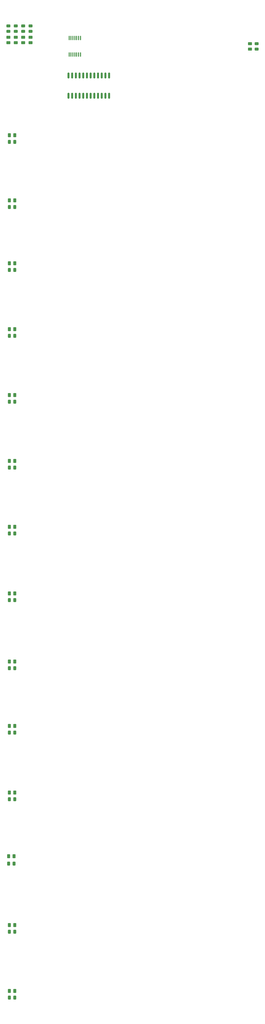
<source format=gbr>
%TF.GenerationSoftware,KiCad,Pcbnew,(6.0.0-0)*%
%TF.CreationDate,2022-06-01T15:30:01-04:00*%
%TF.ProjectId,cpu-input-output-control,6370752d-696e-4707-9574-2d6f75747075,rev?*%
%TF.SameCoordinates,Original*%
%TF.FileFunction,Paste,Top*%
%TF.FilePolarity,Positive*%
%FSLAX46Y46*%
G04 Gerber Fmt 4.6, Leading zero omitted, Abs format (unit mm)*
G04 Created by KiCad (PCBNEW (6.0.0-0)) date 2022-06-01 15:30:01*
%MOMM*%
%LPD*%
G01*
G04 APERTURE LIST*
G04 Aperture macros list*
%AMRoundRect*
0 Rectangle with rounded corners*
0 $1 Rounding radius*
0 $2 $3 $4 $5 $6 $7 $8 $9 X,Y pos of 4 corners*
0 Add a 4 corners polygon primitive as box body*
4,1,4,$2,$3,$4,$5,$6,$7,$8,$9,$2,$3,0*
0 Add four circle primitives for the rounded corners*
1,1,$1+$1,$2,$3*
1,1,$1+$1,$4,$5*
1,1,$1+$1,$6,$7*
1,1,$1+$1,$8,$9*
0 Add four rect primitives between the rounded corners*
20,1,$1+$1,$2,$3,$4,$5,0*
20,1,$1+$1,$4,$5,$6,$7,0*
20,1,$1+$1,$6,$7,$8,$9,0*
20,1,$1+$1,$8,$9,$2,$3,0*%
G04 Aperture macros list end*
%ADD10RoundRect,0.250000X0.450000X-0.262500X0.450000X0.262500X-0.450000X0.262500X-0.450000X-0.262500X0*%
%ADD11RoundRect,0.250000X0.262500X0.450000X-0.262500X0.450000X-0.262500X-0.450000X0.262500X-0.450000X0*%
%ADD12RoundRect,0.243750X0.456250X-0.243750X0.456250X0.243750X-0.456250X0.243750X-0.456250X-0.243750X0*%
%ADD13RoundRect,0.243750X-0.243750X-0.456250X0.243750X-0.456250X0.243750X0.456250X-0.243750X0.456250X0*%
%ADD14RoundRect,0.250000X-0.450000X0.262500X-0.450000X-0.262500X0.450000X-0.262500X0.450000X0.262500X0*%
%ADD15RoundRect,0.100000X0.100000X-0.637500X0.100000X0.637500X-0.100000X0.637500X-0.100000X-0.637500X0*%
%ADD16RoundRect,0.150000X0.150000X-0.837500X0.150000X0.837500X-0.150000X0.837500X-0.150000X-0.837500X0*%
G04 APERTURE END LIST*
D10*
%TO.C,R19*%
X141986000Y-104798500D03*
X141986000Y-102973500D03*
%TD*%
D11*
%TO.C,R18*%
X61110500Y-156718000D03*
X59285500Y-156718000D03*
%TD*%
%TO.C,R17*%
X61110500Y-178308000D03*
X59285500Y-178308000D03*
%TD*%
%TO.C,R16*%
X61125500Y-200914000D03*
X59300500Y-200914000D03*
%TD*%
%TO.C,R15*%
X61110500Y-223520000D03*
X59285500Y-223520000D03*
%TD*%
%TO.C,R14*%
X61110500Y-246126000D03*
X59285500Y-246126000D03*
%TD*%
%TO.C,R13*%
X61110500Y-268732000D03*
X59285500Y-268732000D03*
%TD*%
%TO.C,R12*%
X61110500Y-291592000D03*
X59285500Y-291592000D03*
%TD*%
%TO.C,R11*%
X61110500Y-314960000D03*
X59285500Y-314960000D03*
%TD*%
%TO.C,R10*%
X61110500Y-134366000D03*
X59285500Y-134366000D03*
%TD*%
%TO.C,R9*%
X61110500Y-337058000D03*
X59285500Y-337058000D03*
%TD*%
%TO.C,R8*%
X61110500Y-359918000D03*
X59285500Y-359918000D03*
%TD*%
%TO.C,R7*%
X59031500Y-381762000D03*
X60856500Y-381762000D03*
%TD*%
%TO.C,R6*%
X61110500Y-405384000D03*
X59285500Y-405384000D03*
%TD*%
%TO.C,R5*%
X61110500Y-427990000D03*
X59285500Y-427990000D03*
%TD*%
D12*
%TO.C,D19*%
X144272000Y-102948500D03*
X144272000Y-104823500D03*
%TD*%
D13*
%TO.C,D18*%
X59245500Y-159004000D03*
X61120500Y-159004000D03*
%TD*%
%TO.C,D17*%
X59245500Y-180594000D03*
X61120500Y-180594000D03*
%TD*%
%TO.C,D16*%
X59260500Y-203200000D03*
X61135500Y-203200000D03*
%TD*%
%TO.C,D15*%
X59245500Y-225806000D03*
X61120500Y-225806000D03*
%TD*%
%TO.C,D14*%
X59245500Y-248412000D03*
X61120500Y-248412000D03*
%TD*%
%TO.C,D13*%
X59245500Y-271018000D03*
X61120500Y-271018000D03*
%TD*%
%TO.C,D12*%
X59245500Y-293878000D03*
X61120500Y-293878000D03*
%TD*%
%TO.C,D11*%
X59245500Y-317246000D03*
X61120500Y-317246000D03*
%TD*%
%TO.C,D10*%
X59245500Y-136652000D03*
X61120500Y-136652000D03*
%TD*%
%TO.C,D9*%
X59245500Y-339344000D03*
X61120500Y-339344000D03*
%TD*%
%TO.C,D8*%
X59245500Y-362204000D03*
X61120500Y-362204000D03*
%TD*%
%TO.C,D7*%
X58991500Y-384302000D03*
X60866500Y-384302000D03*
%TD*%
%TO.C,D6*%
X59245500Y-407670000D03*
X61120500Y-407670000D03*
%TD*%
%TO.C,D5*%
X59245500Y-430276000D03*
X61120500Y-430276000D03*
%TD*%
D14*
%TO.C,R4*%
X66548000Y-100766000D03*
X66548000Y-102591000D03*
%TD*%
%TO.C,R3*%
X64008000Y-100766000D03*
X64008000Y-102591000D03*
%TD*%
%TO.C,R2*%
X61468000Y-100766000D03*
X61468000Y-102591000D03*
%TD*%
%TO.C,R1*%
X58928000Y-102591000D03*
X58928000Y-100766000D03*
%TD*%
D12*
%TO.C,D4*%
X66548000Y-98727500D03*
X66548000Y-96852500D03*
%TD*%
%TO.C,D3*%
X64008000Y-98727500D03*
X64008000Y-96852500D03*
%TD*%
%TO.C,D2*%
X61468000Y-98727500D03*
X61468000Y-96852500D03*
%TD*%
%TO.C,D1*%
X58928000Y-96852500D03*
X58928000Y-98727500D03*
%TD*%
D15*
%TO.C,U1*%
X79808000Y-106718500D03*
X80458000Y-106718500D03*
X81108000Y-106718500D03*
X81758000Y-106718500D03*
X82408000Y-106718500D03*
X83058000Y-106718500D03*
X83708000Y-106718500D03*
X83708000Y-100993500D03*
X83058000Y-100993500D03*
X82408000Y-100993500D03*
X81758000Y-100993500D03*
X81108000Y-100993500D03*
X80458000Y-100993500D03*
X79808000Y-100993500D03*
%TD*%
D16*
%TO.C,U2*%
X79629000Y-113885500D03*
X80899000Y-113885500D03*
X82169000Y-113885500D03*
X83439000Y-113885500D03*
X84709000Y-113885500D03*
X85979000Y-113885500D03*
X87249000Y-113885500D03*
X88519000Y-113885500D03*
X89789000Y-113885500D03*
X91059000Y-113885500D03*
X92329000Y-113885500D03*
X93599000Y-113885500D03*
X93599000Y-120810500D03*
X92329000Y-120810500D03*
X91059000Y-120810500D03*
X89789000Y-120810500D03*
X88519000Y-120810500D03*
X87249000Y-120810500D03*
X85979000Y-120810500D03*
X84709000Y-120810500D03*
X83439000Y-120810500D03*
X82169000Y-120810500D03*
X80899000Y-120810500D03*
X79629000Y-120810500D03*
%TD*%
M02*

</source>
